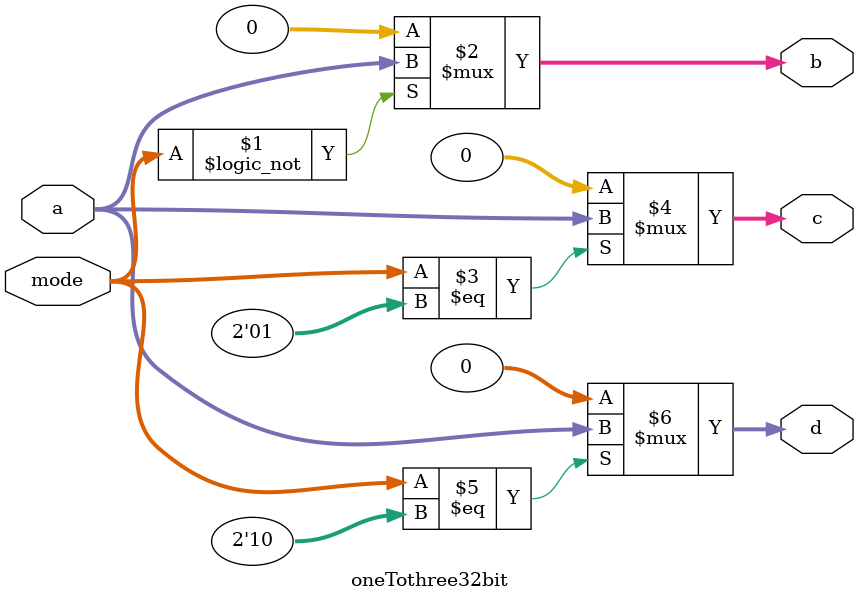
<source format=v>
module oneTothree32bit(a,b,c,d,mode);
  input [1:0] mode;
  input [31:0] a;
  output [31:0] b,c,d;
  assign b = (mode == 2'b00) ? a: 32'b0;
  assign c = (mode == 2'b01) ? a : 32'b0;
  assign d = (mode == 2'b10) ? a : 32'b0;
endmodule 
</source>
